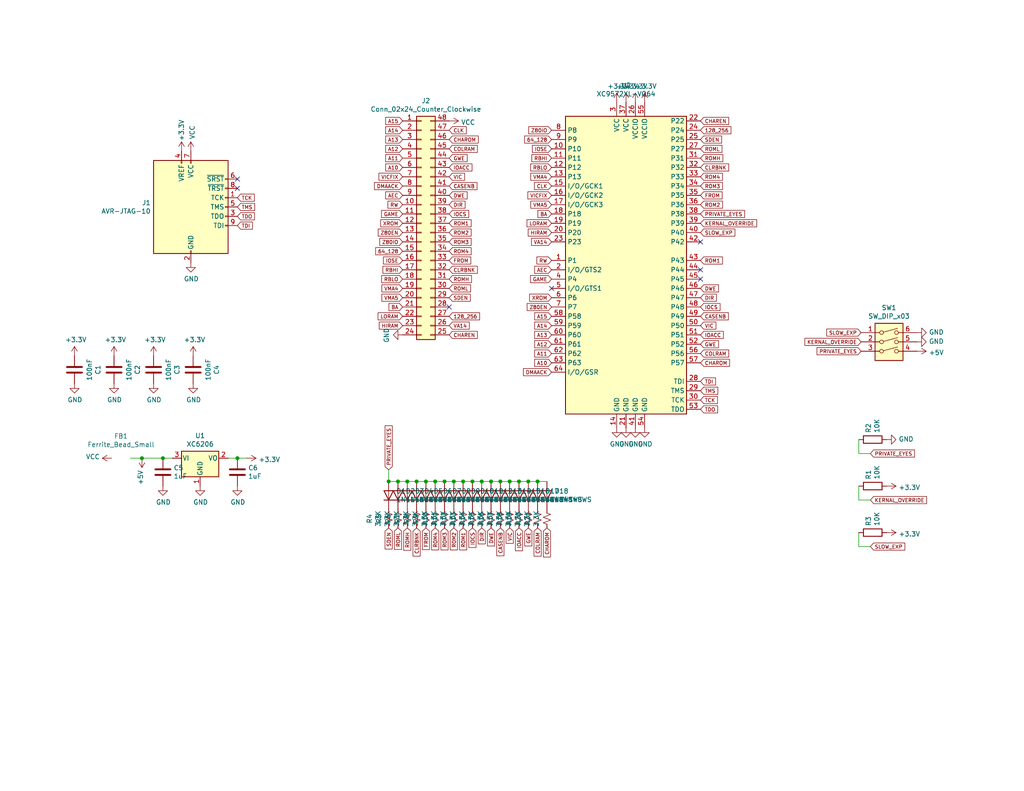
<source format=kicad_sch>
(kicad_sch (version 20230121) (generator eeschema)
  (paper "USLetter")
  (junction (at 133.985 131.445))
  (junction (at 139.065 131.445))
  (junction (at 118.745 131.445))
  (junction (at 64.77 125.095))
  (junction (at 111.125 131.445))
  (junction (at 136.525 131.445))
  (junction (at 38.735 125.095))
  (junction (at 128.905 131.445))
  (junction (at 123.825 131.445))
  (junction (at 146.685 131.445))
  (junction (at 141.605 131.445))
  (junction (at 131.445 131.445))
  (junction (at 106.045 131.445))
  (junction (at 121.285 131.445))
  (junction (at 126.365 131.445))
  (junction (at 108.585 131.445))
  (junction (at 116.205 131.445))
  (junction (at 144.145 131.445))
  (junction (at 44.45 125.095))
  (junction (at 113.665 131.445))
  (no_connect (at 64.77 51.435))
  (no_connect (at 191.135 76.2))
  (no_connect (at 191.135 66.04))
  (no_connect (at 64.77 48.895))
  (no_connect (at 122.555 83.82))
  (no_connect (at 150.495 78.74))
  (no_connect (at 191.135 73.66))
  (wire (pts (xy 62.23 125.095) (xy 64.77 125.095)))
  (wire (pts (xy 123.825 131.445) (xy 121.285 131.445)))
  (wire (pts (xy 126.365 131.445) (xy 123.825 131.445)))
  (wire (pts (xy 234.315 145.415) (xy 234.315 149.225)))
  (wire (pts (xy 38.735 125.095) (xy 44.45 125.095)))
  (wire (pts (xy 64.77 125.095) (xy 67.31 125.095)))
  (wire (pts (xy 234.315 132.715) (xy 234.315 136.525)))
  (wire (pts (xy 128.905 131.445) (xy 126.365 131.445)))
  (wire (pts (xy 144.145 131.445) (xy 141.605 131.445)))
  (wire (pts (xy 35.56 125.095) (xy 38.735 125.095)))
  (wire (pts (xy 108.585 131.445) (xy 106.045 131.445)))
  (wire (pts (xy 149.225 131.445) (xy 146.685 131.445)))
  (wire (pts (xy 118.745 131.445) (xy 116.205 131.445)))
  (wire (pts (xy 116.205 131.445) (xy 113.665 131.445)))
  (wire (pts (xy 141.605 131.445) (xy 139.065 131.445)))
  (wire (pts (xy 234.315 123.825) (xy 237.49 123.825)))
  (wire (pts (xy 136.525 131.445) (xy 133.985 131.445)))
  (wire (pts (xy 139.065 131.445) (xy 136.525 131.445)))
  (wire (pts (xy 111.125 131.445) (xy 108.585 131.445)))
  (wire (pts (xy 131.445 131.445) (xy 128.905 131.445)))
  (wire (pts (xy 106.045 128.27) (xy 106.045 131.445)))
  (wire (pts (xy 234.315 136.525) (xy 237.49 136.525)))
  (wire (pts (xy 234.315 149.225) (xy 237.49 149.225)))
  (wire (pts (xy 133.985 131.445) (xy 131.445 131.445)))
  (wire (pts (xy 234.315 120.015) (xy 234.315 123.825)))
  (wire (pts (xy 113.665 131.445) (xy 111.125 131.445)))
  (wire (pts (xy 44.45 125.095) (xy 46.99 125.095)))
  (wire (pts (xy 146.685 131.445) (xy 144.145 131.445)))
  (wire (pts (xy 121.285 131.445) (xy 118.745 131.445)))
  (global_label "TDO" (shape input) (at 64.77 59.055 0) (effects (font (size 0.9906 0.9906))) (property "Intersheetrefs" "${INTERSHEET_REFS}" (effects hide)))
  (global_label "DWE" (shape input) (at 191.135 78.74 0) (effects (font (size 0.9906 0.9906))) (property "Intersheetrefs" "${INTERSHEET_REFS}" (effects hide)))
  (global_label "VIC" (shape input) (at 139.065 144.145 270) (effects (font (size 0.9906 0.9906))) (property "Intersheetrefs" "${INTERSHEET_REFS}" (effects hide)))
  (global_label "KERNAL_OVERRIDE" (shape input) (at 234.95 93.345 180) (effects (font (size 0.9906 0.9906))) (property "Intersheetrefs" "${INTERSHEET_REFS}" (effects hide)))
  (global_label "A14" (shape input) (at 109.855 35.56 180) (effects (font (size 0.9906 0.9906))) (property "Intersheetrefs" "${INTERSHEET_REFS}" (effects hide)))
  (global_label "A15" (shape input) (at 109.855 33.02 180) (effects (font (size 0.9906 0.9906))) (property "Intersheetrefs" "${INTERSHEET_REFS}" (effects hide)))
  (global_label "CLRBNK" (shape input) (at 122.555 73.66 0) (effects (font (size 0.9906 0.9906))) (property "Intersheetrefs" "${INTERSHEET_REFS}" (effects hide)))
  (global_label "FROM" (shape input) (at 191.135 53.34 0) (effects (font (size 0.9906 0.9906))) (property "Intersheetrefs" "${INTERSHEET_REFS}" (effects hide)))
  (global_label "ROM2" (shape input) (at 122.555 63.5 0) (effects (font (size 0.9906 0.9906))) (property "Intersheetrefs" "${INTERSHEET_REFS}" (effects hide)))
  (global_label "GAME" (shape input) (at 150.495 76.2 180) (effects (font (size 0.9906 0.9906))) (property "Intersheetrefs" "${INTERSHEET_REFS}" (effects hide)))
  (global_label "AEC" (shape input) (at 150.495 73.66 180) (effects (font (size 0.9906 0.9906))) (property "Intersheetrefs" "${INTERSHEET_REFS}" (effects hide)))
  (global_label "TMS" (shape input) (at 64.77 56.515 0) (effects (font (size 0.9906 0.9906))) (property "Intersheetrefs" "${INTERSHEET_REFS}" (effects hide)))
  (global_label "SLOW_EXP" (shape input) (at 191.135 63.5 0) (effects (font (size 0.9906 0.9906))) (property "Intersheetrefs" "${INTERSHEET_REFS}" (effects hide)))
  (global_label "HIRAM" (shape input) (at 150.495 63.5 180) (effects (font (size 0.9906 0.9906))) (property "Intersheetrefs" "${INTERSHEET_REFS}" (effects hide)))
  (global_label "KERNAL_OVERRIDE" (shape input) (at 191.135 60.96 0) (effects (font (size 0.9906 0.9906))) (property "Intersheetrefs" "${INTERSHEET_REFS}" (effects hide)))
  (global_label "ROM4" (shape input) (at 122.555 68.58 0) (effects (font (size 0.9906 0.9906))) (property "Intersheetrefs" "${INTERSHEET_REFS}" (effects hide)))
  (global_label "VA14" (shape input) (at 150.495 66.04 180) (effects (font (size 0.9906 0.9906))) (property "Intersheetrefs" "${INTERSHEET_REFS}" (effects hide)))
  (global_label "A12" (shape input) (at 109.855 40.64 180) (effects (font (size 0.9906 0.9906))) (property "Intersheetrefs" "${INTERSHEET_REFS}" (effects hide)))
  (global_label "CASENB" (shape input) (at 191.135 86.36 0) (effects (font (size 0.9906 0.9906))) (property "Intersheetrefs" "${INTERSHEET_REFS}" (effects hide)))
  (global_label "VIC" (shape input) (at 122.555 48.26 0) (effects (font (size 0.9906 0.9906))) (property "Intersheetrefs" "${INTERSHEET_REFS}" (effects hide)))
  (global_label "ROMH" (shape input) (at 122.555 76.2 0) (effects (font (size 0.9906 0.9906))) (property "Intersheetrefs" "${INTERSHEET_REFS}" (effects hide)))
  (global_label "Z80EN" (shape input) (at 150.495 83.82 180) (effects (font (size 0.9906 0.9906))) (property "Intersheetrefs" "${INTERSHEET_REFS}" (effects hide)))
  (global_label "128_256" (shape input) (at 122.555 86.36 0) (effects (font (size 0.9906 0.9906))) (property "Intersheetrefs" "${INTERSHEET_REFS}" (effects hide)))
  (global_label "LORAM" (shape input) (at 150.495 60.96 180) (effects (font (size 0.9906 0.9906))) (property "Intersheetrefs" "${INTERSHEET_REFS}" (effects hide)))
  (global_label "TDI" (shape input) (at 64.77 61.595 0) (effects (font (size 0.9906 0.9906))) (property "Intersheetrefs" "${INTERSHEET_REFS}" (effects hide)))
  (global_label "CLRBNK" (shape input) (at 113.665 144.145 270) (effects (font (size 0.9906 0.9906))) (property "Intersheetrefs" "${INTERSHEET_REFS}" (effects hide)))
  (global_label "CHAROM" (shape input) (at 191.135 99.06 0) (effects (font (size 0.9906 0.9906))) (property "Intersheetrefs" "${INTERSHEET_REFS}" (effects hide)))
  (global_label "ROML" (shape input) (at 191.135 40.64 0) (effects (font (size 0.9906 0.9906))) (property "Intersheetrefs" "${INTERSHEET_REFS}" (effects hide)))
  (global_label "A13" (shape input) (at 150.495 91.44 180) (effects (font (size 0.9906 0.9906))) (property "Intersheetrefs" "${INTERSHEET_REFS}" (effects hide)))
  (global_label "CLRBNK" (shape input) (at 191.135 45.72 0) (effects (font (size 0.9906 0.9906))) (property "Intersheetrefs" "${INTERSHEET_REFS}" (effects hide)))
  (global_label "RBLO" (shape input) (at 109.855 76.2 180) (effects (font (size 0.9906 0.9906))) (property "Intersheetrefs" "${INTERSHEET_REFS}" (effects hide)))
  (global_label "VIC" (shape input) (at 191.135 88.9 0) (effects (font (size 0.9906 0.9906))) (property "Intersheetrefs" "${INTERSHEET_REFS}" (effects hide)))
  (global_label "TMS" (shape input) (at 191.135 106.68 0) (effects (font (size 0.9906 0.9906))) (property "Intersheetrefs" "${INTERSHEET_REFS}" (effects hide)))
  (global_label "SLOW_EXP" (shape input) (at 234.95 90.805 180) (effects (font (size 0.9906 0.9906))) (property "Intersheetrefs" "${INTERSHEET_REFS}" (effects hide)))
  (global_label "GAME" (shape input) (at 109.855 58.42 180) (effects (font (size 0.9906 0.9906))) (property "Intersheetrefs" "${INTERSHEET_REFS}" (effects hide)))
  (global_label "AEC" (shape input) (at 109.855 53.34 180) (effects (font (size 0.9906 0.9906))) (property "Intersheetrefs" "${INTERSHEET_REFS}" (effects hide)))
  (global_label "ROM3" (shape input) (at 191.135 50.8 0) (effects (font (size 0.9906 0.9906))) (property "Intersheetrefs" "${INTERSHEET_REFS}" (effects hide)))
  (global_label "BA" (shape input) (at 109.855 83.82 180) (effects (font (size 0.9906 0.9906))) (property "Intersheetrefs" "${INTERSHEET_REFS}" (effects hide)))
  (global_label "VICFIX" (shape input) (at 109.855 48.26 180) (effects (font (size 0.9906 0.9906))) (property "Intersheetrefs" "${INTERSHEET_REFS}" (effects hide)))
  (global_label "CHAREN" (shape input) (at 122.555 91.44 0) (effects (font (size 0.9906 0.9906))) (property "Intersheetrefs" "${INTERSHEET_REFS}" (effects hide)))
  (global_label "COLRAM" (shape input) (at 146.685 144.145 270) (effects (font (size 0.9906 0.9906))) (property "Intersheetrefs" "${INTERSHEET_REFS}" (effects hide)))
  (global_label "XROM" (shape input) (at 109.855 60.96 180) (effects (font (size 0.9906 0.9906))) (property "Intersheetrefs" "${INTERSHEET_REFS}" (effects hide)))
  (global_label "GWE" (shape input) (at 191.135 93.98 0) (effects (font (size 0.9906 0.9906))) (property "Intersheetrefs" "${INTERSHEET_REFS}" (effects hide)))
  (global_label "SDEN" (shape input) (at 106.045 144.145 270) (effects (font (size 0.9906 0.9906))) (property "Intersheetrefs" "${INTERSHEET_REFS}" (effects hide)))
  (global_label "ROM1" (shape input) (at 126.365 144.145 270) (effects (font (size 0.9906 0.9906))) (property "Intersheetrefs" "${INTERSHEET_REFS}" (effects hide)))
  (global_label "IOACC" (shape input) (at 191.135 91.44 0) (effects (font (size 0.9906 0.9906))) (property "Intersheetrefs" "${INTERSHEET_REFS}" (effects hide)))
  (global_label "ROML" (shape input) (at 108.585 144.145 270) (effects (font (size 0.9906 0.9906))) (property "Intersheetrefs" "${INTERSHEET_REFS}" (effects hide)))
  (global_label "PRIVATE_EYES" (shape input) (at 237.49 123.825 0) (effects (font (size 0.9906 0.9906))) (property "Intersheetrefs" "${INTERSHEET_REFS}" (effects hide)))
  (global_label "CLK" (shape input) (at 122.555 35.56 0) (effects (font (size 0.9906 0.9906))) (property "Intersheetrefs" "${INTERSHEET_REFS}" (effects hide)))
  (global_label "VMA4" (shape input) (at 150.495 48.26 180) (effects (font (size 0.9906 0.9906))) (property "Intersheetrefs" "${INTERSHEET_REFS}" (effects hide)))
  (global_label "BA" (shape input) (at 150.495 58.42 180) (effects (font (size 0.9906 0.9906))) (property "Intersheetrefs" "${INTERSHEET_REFS}" (effects hide)))
  (global_label "GWE" (shape input) (at 122.555 43.18 0) (effects (font (size 0.9906 0.9906))) (property "Intersheetrefs" "${INTERSHEET_REFS}" (effects hide)))
  (global_label "DIR" (shape input) (at 131.445 144.145 270) (effects (font (size 0.9906 0.9906))) (property "Intersheetrefs" "${INTERSHEET_REFS}" (effects hide)))
  (global_label "LORAM" (shape input) (at 109.855 86.36 180) (effects (font (size 0.9906 0.9906))) (property "Intersheetrefs" "${INTERSHEET_REFS}" (effects hide)))
  (global_label "64_128" (shape input) (at 109.855 68.58 180) (effects (font (size 0.9906 0.9906))) (property "Intersheetrefs" "${INTERSHEET_REFS}" (effects hide)))
  (global_label "TCK" (shape input) (at 191.135 109.22 0) (effects (font (size 0.9906 0.9906))) (property "Intersheetrefs" "${INTERSHEET_REFS}" (effects hide)))
  (global_label "Z80IO" (shape input) (at 109.855 66.04 180) (effects (font (size 0.9906 0.9906))) (property "Intersheetrefs" "${INTERSHEET_REFS}" (effects hide)))
  (global_label "VMA4" (shape input) (at 109.855 78.74 180) (effects (font (size 0.9906 0.9906))) (property "Intersheetrefs" "${INTERSHEET_REFS}" (effects hide)))
  (global_label "DMAACK" (shape input) (at 109.855 50.8 180) (effects (font (size 0.9906 0.9906))) (property "Intersheetrefs" "${INTERSHEET_REFS}" (effects hide)))
  (global_label "PRIVATE_EYES" (shape input) (at 234.95 95.885 180) (effects (font (size 0.9906 0.9906))) (property "Intersheetrefs" "${INTERSHEET_REFS}" (effects hide)))
  (global_label "CHAROM" (shape input) (at 149.225 144.145 270) (effects (font (size 0.9906 0.9906))) (property "Intersheetrefs" "${INTERSHEET_REFS}" (effects hide)))
  (global_label "VICFIX" (shape input) (at 150.495 53.34 180) (effects (font (size 0.9906 0.9906))) (property "Intersheetrefs" "${INTERSHEET_REFS}" (effects hide)))
  (global_label "VMA5" (shape input) (at 150.495 55.88 180) (effects (font (size 0.9906 0.9906))) (property "Intersheetrefs" "${INTERSHEET_REFS}" (effects hide)))
  (global_label "CHAREN" (shape input) (at 191.135 33.02 0) (effects (font (size 0.9906 0.9906))) (property "Intersheetrefs" "${INTERSHEET_REFS}" (effects hide)))
  (global_label "CASENB" (shape input) (at 122.555 50.8 0) (effects (font (size 0.9906 0.9906))) (property "Intersheetrefs" "${INTERSHEET_REFS}" (effects hide)))
  (global_label "FROM" (shape input) (at 116.205 144.145 270) (effects (font (size 0.9906 0.9906))) (property "Intersheetrefs" "${INTERSHEET_REFS}" (effects hide)))
  (global_label "ROMH" (shape input) (at 191.135 43.18 0) (effects (font (size 0.9906 0.9906))) (property "Intersheetrefs" "${INTERSHEET_REFS}" (effects hide)))
  (global_label "CLK" (shape input) (at 150.495 50.8 180) (effects (font (size 0.9906 0.9906))) (property "Intersheetrefs" "${INTERSHEET_REFS}" (effects hide)))
  (global_label "A12" (shape input) (at 150.495 93.98 180) (effects (font (size 0.9906 0.9906))) (property "Intersheetrefs" "${INTERSHEET_REFS}" (effects hide)))
  (global_label "RBLO" (shape input) (at 150.495 45.72 180) (effects (font (size 0.9906 0.9906))) (property "Intersheetrefs" "${INTERSHEET_REFS}" (effects hide)))
  (global_label "ROM1" (shape input) (at 191.135 71.12 0) (effects (font (size 0.9906 0.9906))) (property "Intersheetrefs" "${INTERSHEET_REFS}" (effects hide)))
  (global_label "GWE" (shape input) (at 144.145 144.145 270) (effects (font (size 0.9906 0.9906))) (property "Intersheetrefs" "${INTERSHEET_REFS}" (effects hide)))
  (global_label "VMA5" (shape input) (at 109.855 81.28 180) (effects (font (size 0.9906 0.9906))) (property "Intersheetrefs" "${INTERSHEET_REFS}" (effects hide)))
  (global_label "IOSE" (shape input) (at 109.855 71.12 180) (effects (font (size 0.9906 0.9906))) (property "Intersheetrefs" "${INTERSHEET_REFS}" (effects hide)))
  (global_label "A13" (shape input) (at 109.855 38.1 180) (effects (font (size 0.9906 0.9906))) (property "Intersheetrefs" "${INTERSHEET_REFS}" (effects hide)))
  (global_label "IOCS" (shape input) (at 191.135 83.82 0) (effects (font (size 0.9906 0.9906))) (property "Intersheetrefs" "${INTERSHEET_REFS}" (effects hide)))
  (global_label "SDEN" (shape input) (at 191.135 38.1 0) (effects (font (size 0.9906 0.9906))) (property "Intersheetrefs" "${INTERSHEET_REFS}" (effects hide)))
  (global_label "RW" (shape input) (at 150.495 71.12 180) (effects (font (size 0.9906 0.9906))) (property "Intersheetrefs" "${INTERSHEET_REFS}" (effects hide)))
  (global_label "A10" (shape input) (at 109.855 45.72 180) (effects (font (size 0.9906 0.9906))) (property "Intersheetrefs" "${INTERSHEET_REFS}" (effects hide)))
  (global_label "VA14" (shape input) (at 122.555 88.9 0) (effects (font (size 0.9906 0.9906))) (property "Intersheetrefs" "${INTERSHEET_REFS}" (effects hide)))
  (global_label "SLOW_EXP" (shape input) (at 237.49 149.225 0) (effects (font (size 0.9906 0.9906))) (property "Intersheetrefs" "${INTERSHEET_REFS}" (effects hide)))
  (global_label "ROML" (shape input) (at 122.555 78.74 0) (effects (font (size 0.9906 0.9906))) (property "Intersheetrefs" "${INTERSHEET_REFS}" (effects hide)))
  (global_label "XROM" (shape input) (at 150.495 81.28 180) (effects (font (size 0.9906 0.9906))) (property "Intersheetrefs" "${INTERSHEET_REFS}" (effects hide)))
  (global_label "ROM1" (shape input) (at 122.555 60.96 0) (effects (font (size 0.9906 0.9906))) (property "Intersheetrefs" "${INTERSHEET_REFS}" (effects hide)))
  (global_label "DMAACK" (shape input) (at 150.495 101.6 180) (effects (font (size 0.9906 0.9906))) (property "Intersheetrefs" "${INTERSHEET_REFS}" (effects hide)))
  (global_label "RBHI" (shape input) (at 150.495 43.18 180) (effects (font (size 0.9906 0.9906))) (property "Intersheetrefs" "${INTERSHEET_REFS}" (effects hide)))
  (global_label "ROM3" (shape input) (at 122.555 66.04 0) (effects (font (size 0.9906 0.9906))) (property "Intersheetrefs" "${INTERSHEET_REFS}" (effects hide)))
  (global_label "A14" (shape input) (at 150.495 88.9 180) (effects (font (size 0.9906 0.9906))) (property "Intersheetrefs" "${INTERSHEET_REFS}" (effects hide)))
  (global_label "FROM" (shape input) (at 122.555 71.12 0) (effects (font (size 0.9906 0.9906))) (property "Intersheetrefs" "${INTERSHEET_REFS}" (effects hide)))
  (global_label "DWE" (shape input) (at 133.985 144.145 270) (effects (font (size 0.9906 0.9906))) (property "Intersheetrefs" "${INTERSHEET_REFS}" (effects hide)))
  (global_label "64_128" (shape input) (at 150.495 38.1 180) (effects (font (size 0.9906 0.9906))) (property "Intersheetrefs" "${INTERSHEET_REFS}" (effects hide)))
  (global_label "HIRAM" (shape input) (at 109.855 88.9 180) (effects (font (size 0.9906 0.9906))) (property "Intersheetrefs" "${INTERSHEET_REFS}" (effects hide)))
  (global_label "DIR" (shape input) (at 191.135 81.28 0) (effects (font (size 0.9906 0.9906))) (property "Intersheetrefs" "${INTERSHEET_REFS}" (effects hide)))
  (global_label "RW" (shape input) (at 109.855 55.88 180) (effects (font (size 0.9906 0.9906))) (property "Intersheetrefs" "${INTERSHEET_REFS}" (effects hide)))
  (global_label "A10" (shape input) (at 150.495 99.06 180) (effects (font (size 0.9906 0.9906))) (property "Intersheetrefs" "${INTERSHEET_REFS}" (effects hide)))
  (global_label "IOCS" (shape input) (at 128.905 144.145 270) (effects (font (size 0.9906 0.9906))) (property "Intersheetrefs" "${INTERSHEET_REFS}" (effects hide)))
  (global_label "Z80IO" (shape input) (at 150.495 35.56 180) (effects (font (size 0.9906 0.9906))) (property "Intersheetrefs" "${INTERSHEET_REFS}" (effects hide)))
  (global_label "ROM3" (shape input) (at 121.285 144.145 270) (effects (font (size 0.9906 0.9906))) (property "Intersheetrefs" "${INTERSHEET_REFS}" (effects hide)))
  (global_label "DIR" (shape input) (at 122.555 55.88 0) (effects (font (size 0.9906 0.9906))) (property "Intersheetrefs" "${INTERSHEET_REFS}" (effects hide)))
  (global_label "A15" (shape input) (at 150.495 86.36 180) (effects (font (size 0.9906 0.9906))) (property "Intersheetrefs" "${INTERSHEET_REFS}" (effects hide)))
  (global_label "SDEN" (shape input) (at 122.555 81.28 0) (effects (font (size 0.9906 0.9906))) (property "Intersheetrefs" "${INTERSHEET_REFS}" (effects hide)))
  (global_label "PRIVATE_EYES" (shape input) (at 191.135 58.42 0) (effects (font (size 0.9906 0.9906))) (property "Intersheetrefs" "${INTERSHEET_REFS}" (effects hide)))
  (global_label "KERNAL_OVERRIDE" (shape input) (at 237.49 136.525 0) (effects (font (size 0.9906 0.9906))) (property "Intersheetrefs" "${INTERSHEET_REFS}" (effects hide)))
  (global_label "CHAROM" (shape input) (at 122.555 38.1 0) (effects (font (size 0.9906 0.9906))) (property "Intersheetrefs" "${INTERSHEET_REFS}" (effects hide)))
  (global_label "A11" (shape input) (at 109.855 43.18 180) (effects (font (size 0.9906 0.9906))) (property "Intersheetrefs" "${INTERSHEET_REFS}" (effects hide)))
  (global_label "TDI" (shape input) (at 191.135 104.14 0) (effects (font (size 0.9906 0.9906))) (property "Intersheetrefs" "${INTERSHEET_REFS}" (effects hide)))
  (global_label "128_256" (shape input) (at 191.135 35.56 0) (effects (font (size 0.9906 0.9906))) (property "Intersheetrefs" "${INTERSHEET_REFS}" (effects hide)))
  (global_label "ROMH" (shape input) (at 111.125 144.145 270) (effects (font (size 0.9906 0.9906))) (property "Intersheetrefs" "${INTERSHEET_REFS}" (effects hide)))
  (global_label "CASENB" (shape input) (at 136.525 144.145 270) (effects (font (size 0.9906 0.9906))) (property "Intersheetrefs" "${INTERSHEET_REFS}" (effects hide)))
  (global_label "IOACC" (shape input) (at 122.555 45.72 0) (effects (font (size 0.9906 0.9906))) (property "Intersheetrefs" "${INTERSHEET_REFS}" (effects hide)))
  (global_label "A11" (shape input) (at 150.495 96.52 180) (effects (font (size 0.9906 0.9906))) (property "Intersheetrefs" "${INTERSHEET_REFS}" (effects hide)))
  (global_label "TDO" (shape input) (at 191.135 111.76 0) (effects (font (size 0.9906 0.9906))) (property "Intersheetrefs" "${INTERSHEET_REFS}" (effects hide)))
  (global_label "ROM4" (shape input) (at 191.135 48.26 0) (effects (font (size 0.9906 0.9906))) (property "Intersheetrefs" "${INTERSHEET_REFS}" (effects hide)))
  (global_label "PRIVATE_EYES" (shape input) (at 106.045 128.27 90) (effects (font (size 0.9906 0.9906))) (property "Intersheetrefs" "${INTERSHEET_REFS}" (effects hide)))
  (global_label "IOACC" (shape input) (at 141.605 144.145 270) (effects (font (size 0.9906 0.9906))) (property "Intersheetrefs" "${INTERSHEET_REFS}" (effects hide)))
  (global_label "COLRAM" (shape input) (at 191.135 96.52 0) (effects (font (size 0.9906 0.9906))) (property "Intersheetrefs" "${INTERSHEET_REFS}" (effects hide)))
  (global_label "RBHI" (shape input) (at 109.855 73.66 180) (effects (font (size 0.9906 0.9906))) (property "Intersheetrefs" "${INTERSHEET_REFS}" (effects hide)))
  (global_label "ROM2" (shape input) (at 191.135 55.88 0) (effects (font (size 0.9906 0.9906))) (property "Intersheetrefs" "${INTERSHEET_REFS}" (effects hide)))
  (global_label "IOSE" (shape input) (at 150.495 40.64 180) (effects (font (size 0.9906 0.9906))) (property "Intersheetrefs" "${INTERSHEET_REFS}" (effects hide)))
  (global_label "DWE" (shape input) (at 122.555 53.34 0) (effects (font (size 0.9906 0.9906))) (property "Intersheetrefs" "${INTERSHEET_REFS}" (effects hide)))
  (global_label "IOCS" (shape input) (at 122.555 58.42 0) (effects (font (size 0.9906 0.9906))) (property "Intersheetrefs" "${INTERSHEET_REFS}" (effects hide)))
  (global_label "COLRAM" (shape input) (at 122.555 40.64 0) (effects (font (size 0.9906 0.9906))) (property "Intersheetrefs" "${INTERSHEET_REFS}" (effects hide)))
  (global_label "TCK" (shape input) (at 64.77 53.975 0) (effects (font (size 0.9906 0.9906))) (property "Intersheetrefs" "${INTERSHEET_REFS}" (effects hide)))
  (global_label "ROM2" (shape input) (at 123.825 144.145 270) (effects (font (size 0.9906 0.9906))) (property "Intersheetrefs" "${INTERSHEET_REFS}" (effects hide)))
  (global_label "Z80EN" (shape input) (at 109.855 63.5 180) (effects (font (size 0.9906 0.9906))) (property "Intersheetrefs" "${INTERSHEET_REFS}" (effects hide)))
  (global_label "ROM4" (shape input) (at 118.745 144.145 270) (effects (font (size 0.9906 0.9906))) (property "Intersheetrefs" "${INTERSHEET_REFS}" (effects hide)))
  (symbol (lib_id "Connector:AVR-JTAG-10") (at 52.07 56.515 0) (unit 1)
    (property "Reference" "J1" (at 41.148 55.3466 0) (effects (justify right)))
    (property "Value" "AVR-JTAG-10" (at 41.148 57.658 0) (effects (justify right)))
    (property "Footprint" "Connector_PinHeader_2.54mm:PinHeader_2x05_P2.54mm_Vertical" (effects hide))
    (property "Datasheet" " ~" (effects hide))
  )
  (symbol (lib_id "Device:C") (at 20.32 100.965 180) (unit 1)
    (property "Reference" "C1" (at 26.7208 100.965 90))
    (property "Value" "100nF" (at 24.4094 100.965 90))
    (property "Footprint" "Capacitor_SMD:C_0402_1005Metric" (effects hide))
    (property "LCSC" "C1525" (effects hide))
  )
  (symbol (lib_id "Device:C") (at 31.115 100.965 180) (unit 1)
    (property "Reference" "C2" (at 37.5158 100.965 90))
    (property "Value" "100nF" (at 35.2044 100.965 90))
    (property "Footprint" "Capacitor_SMD:C_0402_1005Metric" (effects hide))
    (property "LCSC" "C1525" (effects hide))
  )
  (symbol (lib_id "Device:C") (at 41.91 100.965 180) (unit 1)
    (property "Reference" "C3" (at 48.3108 100.965 90))
    (property "Value" "100nF" (at 45.9994 100.965 90))
    (property "Footprint" "Capacitor_SMD:C_0402_1005Metric" (effects hide))
    (property "LCSC" "C1525" (effects hide))
  )
  (symbol (lib_id "Device:C") (at 52.705 100.965 180) (unit 1)
    (property "Reference" "C4" (at 59.1058 100.965 90))
    (property "Value" "100nF" (at 56.7944 100.965 90))
    (property "Footprint" "Capacitor_SMD:C_0402_1005Metric" (effects hide))
    (property "LCSC" "C1525" (effects hide))
  )
  (symbol (lib_id "Device:R") (at 238.125 132.715 90) (unit 1)
    (property "Reference" "R1" (at 236.9566 130.937 0) (effects (justify left)))
    (property "Value" "10K" (at 239.268 130.937 0) (effects (justify left)))
    (property "Footprint" "Resistor_SMD:R_0402_1005Metric" (effects hide))
    (property "LCSC" "C25744" (effects hide))
  )
  (symbol (lib_id "Switch:SW_DIP_x03") (at 242.57 95.885 0) (unit 1)
    (property "Reference" "SW1" (at 242.57 84.0232 0))
    (property "Value" "SW_DIP_x03" (at 242.57 86.3346 0))
    (property "Footprint" "Button_Switch_THT:SW_DIP_SPSTx03_Slide_6.7x9.18mm_W7.62mm_P2.54mm_LowProfile" (effects hide))
  )
  (symbol (lib_id "power:GND") (at 52.07 71.755 0) (unit 1)
    (property "Reference" "#PWR0112" (effects hide))
    (property "Value" "GND" (at 52.197 76.1492 0))
  )
  (symbol (lib_id "power:GND") (at 20.32 104.775 0) (unit 1)
    (property "Reference" "#PWR0113" (effects hide))
    (property "Value" "GND" (at 20.447 109.1692 0))
  )
  (symbol (lib_id "power:GND") (at 31.115 104.775 0) (unit 1)
    (property "Reference" "#PWR0114" (effects hide))
    (property "Value" "GND" (at 31.242 109.1692 0))
  )
  (symbol (lib_id "power:GND") (at 41.91 104.775 0) (unit 1)
    (property "Reference" "#PWR0115" (effects hide))
    (property "Value" "GND" (at 42.037 109.1692 0))
  )
  (symbol (lib_id "power:GND") (at 52.705 104.775 0) (unit 1)
    (property "Reference" "#PWR0116" (effects hide))
    (property "Value" "GND" (at 52.832 109.1692 0))
  )
  (symbol (lib_id "power:GND") (at 250.19 93.345 90) (unit 1)
    (property "Reference" "#PWR0124" (effects hide))
    (property "Value" "GND" (at 253.4412 93.218 90) (effects (justify right)))
  )
  (symbol (lib_id "Device:R") (at 238.125 120.015 90) (unit 1)
    (property "Reference" "R2" (at 236.9566 118.237 0) (effects (justify left)))
    (property "Value" "10K" (at 239.268 118.237 0) (effects (justify left)))
    (property "Footprint" "Resistor_SMD:R_0402_1005Metric" (effects hide))
    (property "LCSC" "C25744" (effects hide))
  )
  (symbol (lib_id "Device:R") (at 238.125 145.415 90) (unit 1)
    (property "Reference" "R3" (at 236.9566 143.637 0) (effects (justify left)))
    (property "Value" "10K" (at 239.268 143.637 0) (effects (justify left)))
    (property "Footprint" "Resistor_SMD:R_0402_1005Metric" (effects hide))
    (property "LCSC" "C25744" (effects hide))
  )
  (symbol (lib_id "power:GND") (at 250.19 90.805 90) (unit 1)
    (property "Reference" "#PWR0129" (effects hide))
    (property "Value" "GND" (at 253.4412 90.678 90) (effects (justify right)))
  )
  (symbol (lib_id "Device:R_Small_US") (at 123.825 141.605 0) (unit 1)
    (property "Reference" "R11" (at 118.618 141.605 90))
    (property "Value" "3.3K" (at 120.9294 141.605 90))
    (property "Footprint" "Resistor_SMD:R_0402_1005Metric" (effects hide))
    (property "LCSC" "C25890" (effects hide))
  )
  (symbol (lib_id "Device:R_Small_US") (at 121.285 141.605 0) (unit 1)
    (property "Reference" "R10" (at 116.078 141.605 90))
    (property "Value" "3.3K" (at 118.3894 141.605 90))
    (property "Footprint" "Resistor_SMD:R_0402_1005Metric" (effects hide))
    (property "LCSC" "C25890" (effects hide))
  )
  (symbol (lib_id "Device:R_Small_US") (at 118.745 141.605 0) (unit 1)
    (property "Reference" "R9" (at 113.538 141.605 90))
    (property "Value" "3.3K" (at 115.8494 141.605 90))
    (property "Footprint" "Resistor_SMD:R_0402_1005Metric" (effects hide))
    (property "LCSC" "C25890" (effects hide))
  )
  (symbol (lib_id "Device:R_Small_US") (at 116.205 141.605 0) (unit 1)
    (property "Reference" "R8" (at 110.998 141.605 90))
    (property "Value" "3.3K" (at 113.3094 141.605 90))
    (property "Footprint" "Resistor_SMD:R_0402_1005Metric" (effects hide))
    (property "LCSC" "C25890" (effects hide))
  )
  (symbol (lib_id "Device:R_Small_US") (at 113.665 141.605 0) (unit 1)
    (property "Reference" "R7" (at 108.458 141.605 90))
    (property "Value" "3.3K" (at 110.7694 141.605 90))
    (property "Footprint" "Resistor_SMD:R_0402_1005Metric" (effects hide))
    (property "LCSC" "C25890" (effects hide))
  )
  (symbol (lib_id "Device:R_Small_US") (at 111.125 141.605 0) (unit 1)
    (property "Reference" "R6" (at 105.918 141.605 90))
    (property "Value" "3.3K" (at 108.2294 141.605 90))
    (property "Footprint" "Resistor_SMD:R_0402_1005Metric" (effects hide))
    (property "LCSC" "C25890" (effects hide))
  )
  (symbol (lib_id "Device:R_Small_US") (at 108.585 141.605 0) (unit 1)
    (property "Reference" "R5" (at 103.378 141.605 90))
    (property "Value" "3.3K" (at 105.6894 141.605 90))
    (property "Footprint" "Resistor_SMD:R_0402_1005Metric" (effects hide))
    (property "LCSC" "C25890" (effects hide))
  )
  (symbol (lib_id "Device:R_Small_US") (at 106.045 141.605 0) (unit 1)
    (property "Reference" "R4" (at 100.838 141.605 90))
    (property "Value" "3.3K" (at 103.1494 141.605 90))
    (property "Footprint" "Resistor_SMD:R_0402_1005Metric" (effects hide))
    (property "LCSC" "C25890" (effects hide))
  )
  (symbol (lib_id "Connector_Generic:Conn_02x24_Counter_Clockwise") (at 114.935 60.96 0) (unit 1)
    (property "Reference" "J2" (at 116.205 27.5082 0))
    (property "Value" "Conn_02x24_Counter_Clockwise" (at 116.205 29.8196 0))
    (property "Footprint" "Package_DIP:DIP-48_W15.24mm" (effects hide))
  )
  (symbol (lib_id "CPLD_Xilinx:XC9572XL-VQ64") (at 170.815 71.12 0) (unit 1)
    (property "Reference" "U2" (at 170.815 23.3426 0))
    (property "Value" "XC9572XL-VQ64" (at 170.815 25.654 0))
    (property "Footprint" "Package_QFP:LQFP-64_10x10mm_P0.5mm" (effects hide))
    (property "Datasheet" "http://www.xilinx.com/support/documentation/data_sheets/ds057.pdf" (effects hide))
  )
  (symbol (lib_id "Regulator_Linear:XC6206PxxxMR") (at 54.61 125.095 0) (unit 1)
    (property "Reference" "U1" (at 54.61 118.9482 0))
    (property "Value" "XC6206" (at 54.61 121.2596 0))
    (property "Footprint" "Package_TO_SOT_SMD:SOT-23" (effects hide))
    (property "LCSC" "C5446" (effects hide))
  )
  (symbol (lib_id "Device:C") (at 44.45 128.905 0) (unit 1)
    (property "Reference" "C5" (at 47.371 127.7366 0) (effects (justify left)))
    (property "Value" "1uF" (at 47.371 130.048 0) (effects (justify left)))
    (property "Footprint" "Capacitor_SMD:C_0805_2012Metric" (effects hide))
    (property "LCSC" "C28323" (effects hide))
  )
  (symbol (lib_id "Device:C") (at 64.77 128.905 0) (unit 1)
    (property "Reference" "C6" (at 67.691 127.7366 0) (effects (justify left)))
    (property "Value" "1uF" (at 67.691 130.048 0) (effects (justify left)))
    (property "Footprint" "Capacitor_SMD:C_0805_2012Metric" (effects hide))
    (property "LCSC" "C28323" (effects hide))
  )
  (symbol (lib_id "power:GND") (at 54.61 132.715 0) (unit 1)
    (property "Reference" "#PWR0101" (effects hide))
    (property "Value" "GND" (at 54.737 137.1092 0))
  )
  (symbol (lib_id "power:+5V") (at 38.735 125.095 180) (unit 1)
    (property "Reference" "#PWR0102" (effects hide))
    (property "Value" "+5V" (at 38.354 128.3462 90) (effects (justify left)))
  )
  (symbol (lib_id "power:+3.3V") (at 67.31 125.095 270) (unit 1)
    (property "Reference" "#PWR0103" (effects hide))
    (property "Value" "+3.3V" (at 70.5612 125.476 90) (effects (justify left)))
  )
  (symbol (lib_id "power:GND") (at 64.77 132.715 0) (unit 1)
    (property "Reference" "#PWR0104" (effects hide))
    (property "Value" "GND" (at 64.897 137.1092 0))
  )
  (symbol (lib_id "power:GND") (at 44.45 132.715 0) (unit 1)
    (property "Reference" "#PWR0105" (effects hide))
    (property "Value" "GND" (at 44.577 137.1092 0))
  )
  (symbol (lib_id "power:GND") (at 168.275 116.84 0) (unit 1)
    (property "Reference" "#PWR0106" (effects hide))
    (property "Value" "GND" (at 168.402 121.2342 0))
  )
  (symbol (lib_id "power:GND") (at 170.815 116.84 0) (unit 1)
    (property "Reference" "#PWR0107" (effects hide))
    (property "Value" "GND" (at 170.942 121.2342 0))
  )
  (symbol (lib_id "power:GND") (at 173.355 116.84 0) (unit 1)
    (property "Reference" "#PWR0108" (effects hide))
    (property "Value" "GND" (at 173.482 121.2342 0))
  )
  (symbol (lib_id "power:GND") (at 175.895 116.84 0) (unit 1)
    (property "Reference" "#PWR0109" (effects hide))
    (property "Value" "GND" (at 176.022 121.2342 0))
  )
  (symbol (lib_id "power:+3.3V") (at 168.275 27.94 0) (unit 1)
    (property "Reference" "#PWR0110" (effects hide))
    (property "Value" "+3.3V" (at 168.656 23.5458 0))
  )
  (symbol (lib_id "power:+3.3V") (at 170.815 27.94 0) (unit 1)
    (property "Reference" "#PWR0111" (effects hide))
    (property "Value" "+3.3V" (at 171.196 23.5458 0))
  )
  (symbol (lib_id "power:+3.3V") (at 173.355 27.94 0) (unit 1)
    (property "Reference" "#PWR0117" (effects hide))
    (property "Value" "+3.3V" (at 173.736 23.5458 0))
  )
  (symbol (lib_id "power:+3.3V") (at 175.895 27.94 0) (unit 1)
    (property "Reference" "#PWR0118" (effects hide))
    (property "Value" "+3.3V" (at 176.276 23.5458 0))
  )
  (symbol (lib_id "power:GND") (at 109.855 91.44 270) (unit 1)
    (property "Reference" "#PWR0120" (effects hide))
    (property "Value" "GND" (at 105.4608 91.567 0))
  )
  (symbol (lib_id "Device:Ferrite_Bead_Small") (at 33.02 125.095 270) (unit 1)
    (property "Reference" "FB1" (at 33.02 119.0752 90))
    (property "Value" "Ferrite_Bead_Small" (at 33.02 121.3866 90))
    (property "Footprint" "Capacitor_SMD:C_0805_2012Metric" (effects hide))
    (property "LCSC" "C1015" (effects hide))
  )
  (symbol (lib_id "power:+3.3V") (at 49.53 41.275 0) (unit 1)
    (property "Reference" "#PWR0121" (effects hide))
    (property "Value" "+3.3V" (at 49.53 35.56 90))
  )
  (symbol (lib_id "Device:R_Small_US") (at 144.145 141.605 0) (unit 1)
    (property "Reference" "R19" (at 138.938 141.605 90))
    (property "Value" "3.3K" (at 141.2494 141.605 90))
    (property "Footprint" "Resistor_SMD:R_0402_1005Metric" (effects hide))
    (property "LCSC" "C25890" (effects hide))
  )
  (symbol (lib_id "Device:R_Small_US") (at 141.605 141.605 0) (unit 1)
    (property "Reference" "R18" (at 136.398 141.605 90))
    (property "Value" "3.3K" (at 138.7094 141.605 90))
    (property "Footprint" "Resistor_SMD:R_0402_1005Metric" (effects hide))
    (property "LCSC" "C25890" (effects hide))
  )
  (symbol (lib_id "Device:R_Small_US") (at 139.065 141.605 0) (unit 1)
    (property "Reference" "R17" (at 133.858 141.605 90))
    (property "Value" "3.3K" (at 136.1694 141.605 90))
    (property "Footprint" "Resistor_SMD:R_0402_1005Metric" (effects hide))
    (property "LCSC" "C25890" (effects hide))
  )
  (symbol (lib_id "Device:R_Small_US") (at 136.525 141.605 0) (unit 1)
    (property "Reference" "R16" (at 131.318 141.605 90))
    (property "Value" "3.3K" (at 133.6294 141.605 90))
    (property "Footprint" "Resistor_SMD:R_0402_1005Metric" (effects hide))
    (property "LCSC" "C25890" (effects hide))
  )
  (symbol (lib_id "Device:R_Small_US") (at 133.985 141.605 0) (unit 1)
    (property "Reference" "R15" (at 128.778 141.605 90))
    (property "Value" "3.3K" (at 131.0894 141.605 90))
    (property "Footprint" "Resistor_SMD:R_0402_1005Metric" (effects hide))
    (property "LCSC" "C25890" (effects hide))
  )
  (symbol (lib_id "Device:R_Small_US") (at 131.445 141.605 0) (unit 1)
    (property "Reference" "R14" (at 126.238 141.605 90))
    (property "Value" "3.3K" (at 128.5494 141.605 90))
    (property "Footprint" "Resistor_SMD:R_0402_1005Metric" (effects hide))
    (property "LCSC" "C25890" (effects hide))
  )
  (symbol (lib_id "Device:R_Small_US") (at 128.905 141.605 0) (unit 1)
    (property "Reference" "R13" (at 123.698 141.605 90))
    (property "Value" "3.3K" (at 126.0094 141.605 90))
    (property "Footprint" "Resistor_SMD:R_0402_1005Metric" (effects hide))
    (property "LCSC" "C25890" (effects hide))
  )
  (symbol (lib_id "Device:R_Small_US") (at 126.365 141.605 0) (unit 1)
    (property "Reference" "R12" (at 121.158 141.605 90))
    (property "Value" "3.3K" (at 123.4694 141.605 90))
    (property "Footprint" "Resistor_SMD:R_0402_1005Metric" (effects hide))
    (property "LCSC" "C25890" (effects hide))
  )
  (symbol (lib_id "Device:R_Small_US") (at 149.225 141.605 0) (unit 1)
    (property "Reference" "R21" (at 144.018 141.605 90))
    (property "Value" "3.3K" (at 146.3294 141.605 90))
    (property "Footprint" "Resistor_SMD:R_0402_1005Metric" (effects hide))
    (property "LCSC" "C25890" (effects hide))
  )
  (symbol (lib_id "Device:R_Small_US") (at 146.685 141.605 0) (unit 1)
    (property "Reference" "R20" (at 141.478 141.605 90))
    (property "Value" "3.3K" (at 143.7894 141.605 90))
    (property "Footprint" "Resistor_SMD:R_0402_1005Metric" (effects hide))
    (property "LCSC" "C25890" (effects hide))
  )
  (symbol (lib_id "power:+3.3V") (at 20.32 97.155 0) (unit 1)
    (property "Reference" "#PWR0122" (effects hide))
    (property "Value" "+3.3V" (at 20.701 92.7608 0))
  )
  (symbol (lib_id "power:+3.3V") (at 31.115 97.155 0) (unit 1)
    (property "Reference" "#PWR0123" (effects hide))
    (property "Value" "+3.3V" (at 31.496 92.7608 0))
  )
  (symbol (lib_id "power:+3.3V") (at 41.91 97.155 0) (unit 1)
    (property "Reference" "#PWR0125" (effects hide))
    (property "Value" "+3.3V" (at 42.291 92.7608 0))
  )
  (symbol (lib_id "power:+3.3V") (at 52.705 97.155 0) (unit 1)
    (property "Reference" "#PWR0126" (effects hide))
    (property "Value" "+3.3V" (at 53.086 92.7608 0))
  )
  (symbol (lib_id "power:+3.3V") (at 241.935 132.715 270) (unit 1)
    (property "Reference" "#PWR0130" (effects hide))
    (property "Value" "+3.3V" (at 245.1862 133.096 90) (effects (justify left)))
  )
  (symbol (lib_id "power:+3.3V") (at 241.935 145.415 270) (unit 1)
    (property "Reference" "#PWR0131" (effects hide))
    (property "Value" "+3.3V" (at 245.1862 145.796 90) (effects (justify left)))
  )
  (symbol (lib_id "Diode:1N4148WS") (at 106.045 135.255 90) (unit 1)
    (property "Reference" "D1" (at 108.077 134.0866 90) (effects (justify right)))
    (property "Value" "1N4148WS" (at 108.077 136.398 90) (effects (justify right)))
    (property "Footprint" "Diode_SMD:D_SOD-323" (effects hide))
    (property "Datasheet" "https://www.vishay.com/docs/85751/1n4148ws.pdf" (effects hide))
    (property "LCSC" "C2128" (effects hide))
  )
  (symbol (lib_id "Diode:1N4148WS") (at 108.585 135.255 90) (unit 1)
    (property "Reference" "D2" (at 110.617 134.0866 90) (effects (justify right)))
    (property "Value" "1N4148WS" (at 110.617 136.398 90) (effects (justify right)))
    (property "Footprint" "Diode_SMD:D_SOD-323" (effects hide))
    (property "Datasheet" "https://www.vishay.com/docs/85751/1n4148ws.pdf" (effects hide))
    (property "LCSC" "C2128" (effects hide))
  )
  (symbol (lib_id "Diode:1N4148WS") (at 111.125 135.255 90) (unit 1)
    (property "Reference" "D3" (at 113.157 134.0866 90) (effects (justify right)))
    (property "Value" "1N4148WS" (at 113.157 136.398 90) (effects (justify right)))
    (property "Footprint" "Diode_SMD:D_SOD-323" (effects hide))
    (property "Datasheet" "https://www.vishay.com/docs/85751/1n4148ws.pdf" (effects hide))
    (property "LCSC" "C2128" (effects hide))
  )
  (symbol (lib_id "Diode:1N4148WS") (at 113.665 135.255 90) (unit 1)
    (property "Reference" "D4" (at 115.697 134.0866 90) (effects (justify right)))
    (property "Value" "1N4148WS" (at 115.697 136.398 90) (effects (justify right)))
    (property "Footprint" "Diode_SMD:D_SOD-323" (effects hide))
    (property "Datasheet" "https://www.vishay.com/docs/85751/1n4148ws.pdf" (effects hide))
    (property "LCSC" "C2128" (effects hide))
  )
  (symbol (lib_id "Diode:1N4148WS") (at 116.205 135.255 90) (unit 1)
    (property "Reference" "D5" (at 118.237 134.0866 90) (effects (justify right)))
    (property "Value" "1N4148WS" (at 118.237 136.398 90) (effects (justify right)))
    (property "Footprint" "Diode_SMD:D_SOD-323" (effects hide))
    (property "Datasheet" "https://www.vishay.com/docs/85751/1n4148ws.pdf" (effects hide))
    (property "LCSC" "C2128" (effects hide))
  )
  (symbol (lib_id "Diode:1N4148WS") (at 118.745 135.255 90) (unit 1)
    (property "Reference" "D6" (at 120.777 134.0866 90) (effects (justify right)))
    (property "Value" "1N4148WS" (at 120.777 136.398 90) (effects (justify right)))
    (property "Footprint" "Diode_SMD:D_SOD-323" (effects hide))
    (property "Datasheet" "https://www.vishay.com/docs/85751/1n4148ws.pdf" (effects hide))
    (property "LCSC" "C2128" (effects hide))
  )
  (symbol (lib_id "Diode:1N4148WS") (at 121.285 135.255 90) (unit 1)
    (property "Reference" "D7" (at 123.317 134.0866 90) (effects (justify right)))
    (property "Value" "1N4148WS" (at 123.317 136.398 90) (effects (justify right)))
    (property "Footprint" "Diode_SMD:D_SOD-323" (effects hide))
    (property "Datasheet" "https://www.vishay.com/docs/85751/1n4148ws.pdf" (effects hide))
    (property "LCSC" "C2128" (effects hide))
  )
  (symbol (lib_id "Diode:1N4148WS") (at 123.825 135.255 90) (unit 1)
    (property "Reference" "D8" (at 125.857 134.0866 90) (effects (justify right)))
    (property "Value" "1N4148WS" (at 125.857 136.398 90) (effects (justify right)))
    (property "Footprint" "Diode_SMD:D_SOD-323" (effects hide))
    (property "Datasheet" "https://www.vishay.com/docs/85751/1n4148ws.pdf" (effects hide))
    (property "LCSC" "C2128" (effects hide))
  )
  (symbol (lib_id "Diode:1N4148WS") (at 126.365 135.255 90) (unit 1)
    (property "Reference" "D9" (at 128.397 134.0866 90) (effects (justify right)))
    (property "Value" "1N4148WS" (at 128.397 136.398 90) (effects (justify right)))
    (property "Footprint" "Diode_SMD:D_SOD-323" (effects hide))
    (property "Datasheet" "https://www.vishay.com/docs/85751/1n4148ws.pdf" (effects hide))
    (property "LCSC" "C2128" (effects hide))
  )
  (symbol (lib_id "Diode:1N4148WS") (at 128.905 135.255 90) (unit 1)
    (property "Reference" "D10" (at 130.937 134.0866 90) (effects (justify right)))
    (property "Value" "1N4148WS" (at 130.937 136.398 90) (effects (justify right)))
    (property "Footprint" "Diode_SMD:D_SOD-323" (effects hide))
    (property "Datasheet" "https://www.vishay.com/docs/85751/1n4148ws.pdf" (effects hide))
    (property "LCSC" "C2128" (effects hide))
  )
  (symbol (lib_id "Diode:1N4148WS") (at 131.445 135.255 90) (unit 1)
    (property "Reference" "D11" (at 133.477 134.0866 90) (effects (justify right)))
    (property "Value" "1N4148WS" (at 133.477 136.398 90) (effects (justify right)))
    (property "Footprint" "Diode_SMD:D_SOD-323" (effects hide))
    (property "Datasheet" "https://www.vishay.com/docs/85751/1n4148ws.pdf" (effects hide))
    (property "LCSC" "C2128" (effects hide))
  )
  (symbol (lib_id "Diode:1N4148WS") (at 133.985 135.255 90) (unit 1)
    (property "Reference" "D12" (at 136.017 134.0866 90) (effects (justify right)))
    (property "Value" "1N4148WS" (at 136.017 136.398 90) (effects (justify right)))
    (property "Footprint" "Diode_SMD:D_SOD-323" (effects hide))
    (property "Datasheet" "https://www.vishay.com/docs/85751/1n4148ws.pdf" (effects hide))
    (property "LCSC" "C2128" (effects hide))
  )
  (symbol (lib_id "Diode:1N4148WS") (at 136.525 135.255 90) (unit 1)
    (property "Reference" "D13" (at 138.557 134.0866 90) (effects (justify right)))
    (property "Value" "1N4148WS" (at 138.557 136.398 90) (effects (justify right)))
    (property "Footprint" "Diode_SMD:D_SOD-323" (effects hide))
    (property "Datasheet" "https://www.vishay.com/docs/85751/1n4148ws.pdf" (effects hide))
    (property "LCSC" "C2128" (effects hide))
  )
  (symbol (lib_id "Diode:1N4148WS") (at 139.065 135.255 90) (unit 1)
    (property "Reference" "D14" (at 141.097 134.0866 90) (effects (justify right)))
    (property "Value" "1N4148WS" (at 141.097 136.398 90) (effects (justify right)))
    (property "Footprint" "Diode_SMD:D_SOD-323" (effects hide))
    (property "Datasheet" "https://www.vishay.com/docs/85751/1n4148ws.pdf" (effects hide))
    (property "LCSC" "C2128" (effects hide))
  )
  (symbol (lib_id "Diode:1N4148WS") (at 141.605 135.255 90) (unit 1)
    (property "Reference" "D15" (at 143.637 134.0866 90) (effects (justify right)))
    (property "Value" "1N4148WS" (at 143.637 136.398 90) (effects (justify right)))
    (property "Footprint" "Diode_SMD:D_SOD-323" (effects hide))
    (property "Datasheet" "https://www.vishay.com/docs/85751/1n4148ws.pdf" (effects hide))
    (property "LCSC" "C2128" (effects hide))
  )
  (symbol (lib_id "Diode:1N4148WS") (at 144.145 135.255 90) (unit 1)
    (property "Reference" "D16" (at 146.177 134.0866 90) (effects (justify right)))
    (property "Value" "1N4148WS" (at 146.177 136.398 90) (effects (justify right)))
    (property "Footprint" "Diode_SMD:D_SOD-323" (effects hide))
    (property "Datasheet" "https://www.vishay.com/docs/85751/1n4148ws.pdf" (effects hide))
    (property "LCSC" "C2128" (effects hide))
  )
  (symbol (lib_id "Diode:1N4148WS") (at 146.685 135.255 90) (unit 1)
    (property "Reference" "D17" (at 148.717 134.0866 90) (effects (justify right)))
    (property "Value" "1N4148WS" (at 148.717 136.398 90) (effects (justify right)))
    (property "Footprint" "Diode_SMD:D_SOD-323" (effects hide))
    (property "Datasheet" "https://www.vishay.com/docs/85751/1n4148ws.pdf" (effects hide))
    (property "LCSC" "C2128" (effects hide))
  )
  (symbol (lib_id "Diode:1N4148WS") (at 149.225 135.255 90) (unit 1)
    (property "Reference" "D18" (at 151.257 134.0866 90) (effects (justify right)))
    (property "Value" "1N4148WS" (at 151.257 136.398 90) (effects (justify right)))
    (property "Footprint" "Diode_SMD:D_SOD-323" (effects hide))
    (property "Datasheet" "https://www.vishay.com/docs/85751/1n4148ws.pdf" (effects hide))
    (property "LCSC" "C2128" (effects hide))
  )
  (symbol (lib_id "power:GND") (at 241.935 120.015 90) (unit 1)
    (property "Reference" "#PWR0127" (effects hide))
    (property "Value" "GND" (at 245.1862 119.888 90) (effects (justify right)))
  )
  (symbol (lib_id "power:+5V") (at 250.19 95.885 270) (unit 1)
    (property "Reference" "#PWR0128" (effects hide))
    (property "Value" "+5V" (at 253.4412 96.266 90) (effects (justify left)))
  )
  (symbol (lib_id "power:VCC") (at 30.48 125.095 90) (unit 1)
    (property "Reference" "#PWR0119" (effects hide))
    (property "Value" "VCC" (at 27.2542 124.714 90) (effects (justify left)))
  )
  (symbol (lib_id "power:VCC") (at 122.555 33.02 270) (unit 1)
    (property "Reference" "#PWR0132" (effects hide))
    (property "Value" "VCC" (at 125.8062 33.401 90) (effects (justify left)))
  )
  (symbol (lib_id "power:VCC") (at 52.07 41.275 0) (unit 1)
    (property "Reference" "#PWR0133" (effects hide))
    (property "Value" "VCC" (at 52.451 38.0492 90) (effects (justify left)))
  )
)
</source>
